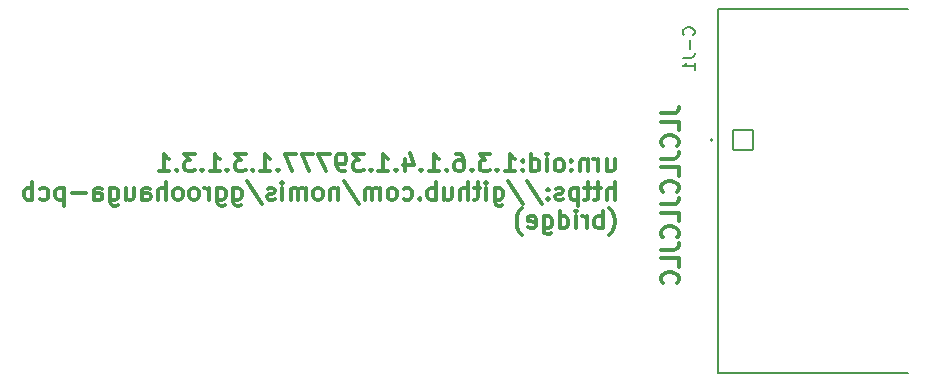
<source format=gbo>
G04 #@! TF.GenerationSoftware,KiCad,Pcbnew,8.0.9-8.0.9-0~ubuntu20.04.1*
G04 #@! TF.CreationDate,2025-04-23T19:07:45+01:00*
G04 #@! TF.ProjectId,ggroohauga-bridge,6767726f-6f68-4617-9567-612d62726964,rev?*
G04 #@! TF.SameCoordinates,Original*
G04 #@! TF.FileFunction,Legend,Bot*
G04 #@! TF.FilePolarity,Positive*
%FSLAX46Y46*%
G04 Gerber Fmt 4.6, Leading zero omitted, Abs format (unit mm)*
G04 Created by KiCad (PCBNEW 8.0.9-8.0.9-0~ubuntu20.04.1) date 2025-04-23 19:07:45*
%MOMM*%
%LPD*%
G01*
G04 APERTURE LIST*
G04 Aperture macros list*
%AMRoundRect*
0 Rectangle with rounded corners*
0 $1 Rounding radius*
0 $2 $3 $4 $5 $6 $7 $8 $9 X,Y pos of 4 corners*
0 Add a 4 corners polygon primitive as box body*
4,1,4,$2,$3,$4,$5,$6,$7,$8,$9,$2,$3,0*
0 Add four circle primitives for the rounded corners*
1,1,$1+$1,$2,$3*
1,1,$1+$1,$4,$5*
1,1,$1+$1,$6,$7*
1,1,$1+$1,$8,$9*
0 Add four rect primitives between the rounded corners*
20,1,$1+$1,$2,$3,$4,$5,0*
20,1,$1+$1,$4,$5,$6,$7,0*
20,1,$1+$1,$6,$7,$8,$9,0*
20,1,$1+$1,$8,$9,$2,$3,0*%
G04 Aperture macros list end*
%ADD10C,0.300000*%
%ADD11C,0.150000*%
%ADD12C,0.127000*%
%ADD13C,0.200000*%
%ADD14R,1.700000X1.700000*%
%ADD15O,1.700000X1.700000*%
%ADD16C,4.470000*%
%ADD17RoundRect,0.102000X-0.862500X0.862500X-0.862500X-0.862500X0.862500X-0.862500X0.862500X0.862500X0*%
%ADD18C,1.929000*%
G04 APERTURE END LIST*
D10*
X134444828Y-59403082D02*
X135516257Y-59403082D01*
X135516257Y-59403082D02*
X135730542Y-59331653D01*
X135730542Y-59331653D02*
X135873400Y-59188796D01*
X135873400Y-59188796D02*
X135944828Y-58974510D01*
X135944828Y-58974510D02*
X135944828Y-58831653D01*
X135944828Y-60831653D02*
X135944828Y-60117367D01*
X135944828Y-60117367D02*
X134444828Y-60117367D01*
X135801971Y-62188796D02*
X135873400Y-62117368D01*
X135873400Y-62117368D02*
X135944828Y-61903082D01*
X135944828Y-61903082D02*
X135944828Y-61760225D01*
X135944828Y-61760225D02*
X135873400Y-61545939D01*
X135873400Y-61545939D02*
X135730542Y-61403082D01*
X135730542Y-61403082D02*
X135587685Y-61331653D01*
X135587685Y-61331653D02*
X135301971Y-61260225D01*
X135301971Y-61260225D02*
X135087685Y-61260225D01*
X135087685Y-61260225D02*
X134801971Y-61331653D01*
X134801971Y-61331653D02*
X134659114Y-61403082D01*
X134659114Y-61403082D02*
X134516257Y-61545939D01*
X134516257Y-61545939D02*
X134444828Y-61760225D01*
X134444828Y-61760225D02*
X134444828Y-61903082D01*
X134444828Y-61903082D02*
X134516257Y-62117368D01*
X134516257Y-62117368D02*
X134587685Y-62188796D01*
X134444828Y-63260225D02*
X135516257Y-63260225D01*
X135516257Y-63260225D02*
X135730542Y-63188796D01*
X135730542Y-63188796D02*
X135873400Y-63045939D01*
X135873400Y-63045939D02*
X135944828Y-62831653D01*
X135944828Y-62831653D02*
X135944828Y-62688796D01*
X135944828Y-64688796D02*
X135944828Y-63974510D01*
X135944828Y-63974510D02*
X134444828Y-63974510D01*
X135801971Y-66045939D02*
X135873400Y-65974511D01*
X135873400Y-65974511D02*
X135944828Y-65760225D01*
X135944828Y-65760225D02*
X135944828Y-65617368D01*
X135944828Y-65617368D02*
X135873400Y-65403082D01*
X135873400Y-65403082D02*
X135730542Y-65260225D01*
X135730542Y-65260225D02*
X135587685Y-65188796D01*
X135587685Y-65188796D02*
X135301971Y-65117368D01*
X135301971Y-65117368D02*
X135087685Y-65117368D01*
X135087685Y-65117368D02*
X134801971Y-65188796D01*
X134801971Y-65188796D02*
X134659114Y-65260225D01*
X134659114Y-65260225D02*
X134516257Y-65403082D01*
X134516257Y-65403082D02*
X134444828Y-65617368D01*
X134444828Y-65617368D02*
X134444828Y-65760225D01*
X134444828Y-65760225D02*
X134516257Y-65974511D01*
X134516257Y-65974511D02*
X134587685Y-66045939D01*
X134444828Y-67117368D02*
X135516257Y-67117368D01*
X135516257Y-67117368D02*
X135730542Y-67045939D01*
X135730542Y-67045939D02*
X135873400Y-66903082D01*
X135873400Y-66903082D02*
X135944828Y-66688796D01*
X135944828Y-66688796D02*
X135944828Y-66545939D01*
X135944828Y-68545939D02*
X135944828Y-67831653D01*
X135944828Y-67831653D02*
X134444828Y-67831653D01*
X135801971Y-69903082D02*
X135873400Y-69831654D01*
X135873400Y-69831654D02*
X135944828Y-69617368D01*
X135944828Y-69617368D02*
X135944828Y-69474511D01*
X135944828Y-69474511D02*
X135873400Y-69260225D01*
X135873400Y-69260225D02*
X135730542Y-69117368D01*
X135730542Y-69117368D02*
X135587685Y-69045939D01*
X135587685Y-69045939D02*
X135301971Y-68974511D01*
X135301971Y-68974511D02*
X135087685Y-68974511D01*
X135087685Y-68974511D02*
X134801971Y-69045939D01*
X134801971Y-69045939D02*
X134659114Y-69117368D01*
X134659114Y-69117368D02*
X134516257Y-69260225D01*
X134516257Y-69260225D02*
X134444828Y-69474511D01*
X134444828Y-69474511D02*
X134444828Y-69617368D01*
X134444828Y-69617368D02*
X134516257Y-69831654D01*
X134516257Y-69831654D02*
X134587685Y-69903082D01*
X134444828Y-70974511D02*
X135516257Y-70974511D01*
X135516257Y-70974511D02*
X135730542Y-70903082D01*
X135730542Y-70903082D02*
X135873400Y-70760225D01*
X135873400Y-70760225D02*
X135944828Y-70545939D01*
X135944828Y-70545939D02*
X135944828Y-70403082D01*
X135944828Y-72403082D02*
X135944828Y-71688796D01*
X135944828Y-71688796D02*
X134444828Y-71688796D01*
X135801971Y-73760225D02*
X135873400Y-73688797D01*
X135873400Y-73688797D02*
X135944828Y-73474511D01*
X135944828Y-73474511D02*
X135944828Y-73331654D01*
X135944828Y-73331654D02*
X135873400Y-73117368D01*
X135873400Y-73117368D02*
X135730542Y-72974511D01*
X135730542Y-72974511D02*
X135587685Y-72903082D01*
X135587685Y-72903082D02*
X135301971Y-72831654D01*
X135301971Y-72831654D02*
X135087685Y-72831654D01*
X135087685Y-72831654D02*
X134801971Y-72903082D01*
X134801971Y-72903082D02*
X134659114Y-72974511D01*
X134659114Y-72974511D02*
X134516257Y-73117368D01*
X134516257Y-73117368D02*
X134444828Y-73331654D01*
X134444828Y-73331654D02*
X134444828Y-73474511D01*
X134444828Y-73474511D02*
X134516257Y-73688797D01*
X134516257Y-73688797D02*
X134587685Y-73760225D01*
X129866632Y-63303412D02*
X129866632Y-64303412D01*
X130509489Y-63303412D02*
X130509489Y-64089126D01*
X130509489Y-64089126D02*
X130438060Y-64231984D01*
X130438060Y-64231984D02*
X130295203Y-64303412D01*
X130295203Y-64303412D02*
X130080917Y-64303412D01*
X130080917Y-64303412D02*
X129938060Y-64231984D01*
X129938060Y-64231984D02*
X129866632Y-64160555D01*
X129152346Y-64303412D02*
X129152346Y-63303412D01*
X129152346Y-63589126D02*
X129080917Y-63446269D01*
X129080917Y-63446269D02*
X129009489Y-63374841D01*
X129009489Y-63374841D02*
X128866631Y-63303412D01*
X128866631Y-63303412D02*
X128723774Y-63303412D01*
X128223775Y-63303412D02*
X128223775Y-64303412D01*
X128223775Y-63446269D02*
X128152346Y-63374841D01*
X128152346Y-63374841D02*
X128009489Y-63303412D01*
X128009489Y-63303412D02*
X127795203Y-63303412D01*
X127795203Y-63303412D02*
X127652346Y-63374841D01*
X127652346Y-63374841D02*
X127580918Y-63517698D01*
X127580918Y-63517698D02*
X127580918Y-64303412D01*
X126866632Y-64160555D02*
X126795203Y-64231984D01*
X126795203Y-64231984D02*
X126866632Y-64303412D01*
X126866632Y-64303412D02*
X126938060Y-64231984D01*
X126938060Y-64231984D02*
X126866632Y-64160555D01*
X126866632Y-64160555D02*
X126866632Y-64303412D01*
X126866632Y-63374841D02*
X126795203Y-63446269D01*
X126795203Y-63446269D02*
X126866632Y-63517698D01*
X126866632Y-63517698D02*
X126938060Y-63446269D01*
X126938060Y-63446269D02*
X126866632Y-63374841D01*
X126866632Y-63374841D02*
X126866632Y-63517698D01*
X125938060Y-64303412D02*
X126080917Y-64231984D01*
X126080917Y-64231984D02*
X126152346Y-64160555D01*
X126152346Y-64160555D02*
X126223774Y-64017698D01*
X126223774Y-64017698D02*
X126223774Y-63589126D01*
X126223774Y-63589126D02*
X126152346Y-63446269D01*
X126152346Y-63446269D02*
X126080917Y-63374841D01*
X126080917Y-63374841D02*
X125938060Y-63303412D01*
X125938060Y-63303412D02*
X125723774Y-63303412D01*
X125723774Y-63303412D02*
X125580917Y-63374841D01*
X125580917Y-63374841D02*
X125509489Y-63446269D01*
X125509489Y-63446269D02*
X125438060Y-63589126D01*
X125438060Y-63589126D02*
X125438060Y-64017698D01*
X125438060Y-64017698D02*
X125509489Y-64160555D01*
X125509489Y-64160555D02*
X125580917Y-64231984D01*
X125580917Y-64231984D02*
X125723774Y-64303412D01*
X125723774Y-64303412D02*
X125938060Y-64303412D01*
X124795203Y-64303412D02*
X124795203Y-63303412D01*
X124795203Y-62803412D02*
X124866631Y-62874841D01*
X124866631Y-62874841D02*
X124795203Y-62946269D01*
X124795203Y-62946269D02*
X124723774Y-62874841D01*
X124723774Y-62874841D02*
X124795203Y-62803412D01*
X124795203Y-62803412D02*
X124795203Y-62946269D01*
X123438060Y-64303412D02*
X123438060Y-62803412D01*
X123438060Y-64231984D02*
X123580917Y-64303412D01*
X123580917Y-64303412D02*
X123866631Y-64303412D01*
X123866631Y-64303412D02*
X124009488Y-64231984D01*
X124009488Y-64231984D02*
X124080917Y-64160555D01*
X124080917Y-64160555D02*
X124152345Y-64017698D01*
X124152345Y-64017698D02*
X124152345Y-63589126D01*
X124152345Y-63589126D02*
X124080917Y-63446269D01*
X124080917Y-63446269D02*
X124009488Y-63374841D01*
X124009488Y-63374841D02*
X123866631Y-63303412D01*
X123866631Y-63303412D02*
X123580917Y-63303412D01*
X123580917Y-63303412D02*
X123438060Y-63374841D01*
X122723774Y-64160555D02*
X122652345Y-64231984D01*
X122652345Y-64231984D02*
X122723774Y-64303412D01*
X122723774Y-64303412D02*
X122795202Y-64231984D01*
X122795202Y-64231984D02*
X122723774Y-64160555D01*
X122723774Y-64160555D02*
X122723774Y-64303412D01*
X122723774Y-63374841D02*
X122652345Y-63446269D01*
X122652345Y-63446269D02*
X122723774Y-63517698D01*
X122723774Y-63517698D02*
X122795202Y-63446269D01*
X122795202Y-63446269D02*
X122723774Y-63374841D01*
X122723774Y-63374841D02*
X122723774Y-63517698D01*
X121223773Y-64303412D02*
X122080916Y-64303412D01*
X121652345Y-64303412D02*
X121652345Y-62803412D01*
X121652345Y-62803412D02*
X121795202Y-63017698D01*
X121795202Y-63017698D02*
X121938059Y-63160555D01*
X121938059Y-63160555D02*
X122080916Y-63231984D01*
X120580917Y-64160555D02*
X120509488Y-64231984D01*
X120509488Y-64231984D02*
X120580917Y-64303412D01*
X120580917Y-64303412D02*
X120652345Y-64231984D01*
X120652345Y-64231984D02*
X120580917Y-64160555D01*
X120580917Y-64160555D02*
X120580917Y-64303412D01*
X120009488Y-62803412D02*
X119080916Y-62803412D01*
X119080916Y-62803412D02*
X119580916Y-63374841D01*
X119580916Y-63374841D02*
X119366631Y-63374841D01*
X119366631Y-63374841D02*
X119223774Y-63446269D01*
X119223774Y-63446269D02*
X119152345Y-63517698D01*
X119152345Y-63517698D02*
X119080916Y-63660555D01*
X119080916Y-63660555D02*
X119080916Y-64017698D01*
X119080916Y-64017698D02*
X119152345Y-64160555D01*
X119152345Y-64160555D02*
X119223774Y-64231984D01*
X119223774Y-64231984D02*
X119366631Y-64303412D01*
X119366631Y-64303412D02*
X119795202Y-64303412D01*
X119795202Y-64303412D02*
X119938059Y-64231984D01*
X119938059Y-64231984D02*
X120009488Y-64160555D01*
X118438060Y-64160555D02*
X118366631Y-64231984D01*
X118366631Y-64231984D02*
X118438060Y-64303412D01*
X118438060Y-64303412D02*
X118509488Y-64231984D01*
X118509488Y-64231984D02*
X118438060Y-64160555D01*
X118438060Y-64160555D02*
X118438060Y-64303412D01*
X117080917Y-62803412D02*
X117366631Y-62803412D01*
X117366631Y-62803412D02*
X117509488Y-62874841D01*
X117509488Y-62874841D02*
X117580917Y-62946269D01*
X117580917Y-62946269D02*
X117723774Y-63160555D01*
X117723774Y-63160555D02*
X117795202Y-63446269D01*
X117795202Y-63446269D02*
X117795202Y-64017698D01*
X117795202Y-64017698D02*
X117723774Y-64160555D01*
X117723774Y-64160555D02*
X117652345Y-64231984D01*
X117652345Y-64231984D02*
X117509488Y-64303412D01*
X117509488Y-64303412D02*
X117223774Y-64303412D01*
X117223774Y-64303412D02*
X117080917Y-64231984D01*
X117080917Y-64231984D02*
X117009488Y-64160555D01*
X117009488Y-64160555D02*
X116938059Y-64017698D01*
X116938059Y-64017698D02*
X116938059Y-63660555D01*
X116938059Y-63660555D02*
X117009488Y-63517698D01*
X117009488Y-63517698D02*
X117080917Y-63446269D01*
X117080917Y-63446269D02*
X117223774Y-63374841D01*
X117223774Y-63374841D02*
X117509488Y-63374841D01*
X117509488Y-63374841D02*
X117652345Y-63446269D01*
X117652345Y-63446269D02*
X117723774Y-63517698D01*
X117723774Y-63517698D02*
X117795202Y-63660555D01*
X116295203Y-64160555D02*
X116223774Y-64231984D01*
X116223774Y-64231984D02*
X116295203Y-64303412D01*
X116295203Y-64303412D02*
X116366631Y-64231984D01*
X116366631Y-64231984D02*
X116295203Y-64160555D01*
X116295203Y-64160555D02*
X116295203Y-64303412D01*
X114795202Y-64303412D02*
X115652345Y-64303412D01*
X115223774Y-64303412D02*
X115223774Y-62803412D01*
X115223774Y-62803412D02*
X115366631Y-63017698D01*
X115366631Y-63017698D02*
X115509488Y-63160555D01*
X115509488Y-63160555D02*
X115652345Y-63231984D01*
X114152346Y-64160555D02*
X114080917Y-64231984D01*
X114080917Y-64231984D02*
X114152346Y-64303412D01*
X114152346Y-64303412D02*
X114223774Y-64231984D01*
X114223774Y-64231984D02*
X114152346Y-64160555D01*
X114152346Y-64160555D02*
X114152346Y-64303412D01*
X112795203Y-63303412D02*
X112795203Y-64303412D01*
X113152345Y-62731984D02*
X113509488Y-63803412D01*
X113509488Y-63803412D02*
X112580917Y-63803412D01*
X112009489Y-64160555D02*
X111938060Y-64231984D01*
X111938060Y-64231984D02*
X112009489Y-64303412D01*
X112009489Y-64303412D02*
X112080917Y-64231984D01*
X112080917Y-64231984D02*
X112009489Y-64160555D01*
X112009489Y-64160555D02*
X112009489Y-64303412D01*
X110509488Y-64303412D02*
X111366631Y-64303412D01*
X110938060Y-64303412D02*
X110938060Y-62803412D01*
X110938060Y-62803412D02*
X111080917Y-63017698D01*
X111080917Y-63017698D02*
X111223774Y-63160555D01*
X111223774Y-63160555D02*
X111366631Y-63231984D01*
X109866632Y-64160555D02*
X109795203Y-64231984D01*
X109795203Y-64231984D02*
X109866632Y-64303412D01*
X109866632Y-64303412D02*
X109938060Y-64231984D01*
X109938060Y-64231984D02*
X109866632Y-64160555D01*
X109866632Y-64160555D02*
X109866632Y-64303412D01*
X109295203Y-62803412D02*
X108366631Y-62803412D01*
X108366631Y-62803412D02*
X108866631Y-63374841D01*
X108866631Y-63374841D02*
X108652346Y-63374841D01*
X108652346Y-63374841D02*
X108509489Y-63446269D01*
X108509489Y-63446269D02*
X108438060Y-63517698D01*
X108438060Y-63517698D02*
X108366631Y-63660555D01*
X108366631Y-63660555D02*
X108366631Y-64017698D01*
X108366631Y-64017698D02*
X108438060Y-64160555D01*
X108438060Y-64160555D02*
X108509489Y-64231984D01*
X108509489Y-64231984D02*
X108652346Y-64303412D01*
X108652346Y-64303412D02*
X109080917Y-64303412D01*
X109080917Y-64303412D02*
X109223774Y-64231984D01*
X109223774Y-64231984D02*
X109295203Y-64160555D01*
X107652346Y-64303412D02*
X107366632Y-64303412D01*
X107366632Y-64303412D02*
X107223775Y-64231984D01*
X107223775Y-64231984D02*
X107152346Y-64160555D01*
X107152346Y-64160555D02*
X107009489Y-63946269D01*
X107009489Y-63946269D02*
X106938060Y-63660555D01*
X106938060Y-63660555D02*
X106938060Y-63089126D01*
X106938060Y-63089126D02*
X107009489Y-62946269D01*
X107009489Y-62946269D02*
X107080918Y-62874841D01*
X107080918Y-62874841D02*
X107223775Y-62803412D01*
X107223775Y-62803412D02*
X107509489Y-62803412D01*
X107509489Y-62803412D02*
X107652346Y-62874841D01*
X107652346Y-62874841D02*
X107723775Y-62946269D01*
X107723775Y-62946269D02*
X107795203Y-63089126D01*
X107795203Y-63089126D02*
X107795203Y-63446269D01*
X107795203Y-63446269D02*
X107723775Y-63589126D01*
X107723775Y-63589126D02*
X107652346Y-63660555D01*
X107652346Y-63660555D02*
X107509489Y-63731984D01*
X107509489Y-63731984D02*
X107223775Y-63731984D01*
X107223775Y-63731984D02*
X107080918Y-63660555D01*
X107080918Y-63660555D02*
X107009489Y-63589126D01*
X107009489Y-63589126D02*
X106938060Y-63446269D01*
X106438061Y-62803412D02*
X105438061Y-62803412D01*
X105438061Y-62803412D02*
X106080918Y-64303412D01*
X105009490Y-62803412D02*
X104009490Y-62803412D01*
X104009490Y-62803412D02*
X104652347Y-64303412D01*
X103580919Y-62803412D02*
X102580919Y-62803412D01*
X102580919Y-62803412D02*
X103223776Y-64303412D01*
X102009491Y-64160555D02*
X101938062Y-64231984D01*
X101938062Y-64231984D02*
X102009491Y-64303412D01*
X102009491Y-64303412D02*
X102080919Y-64231984D01*
X102080919Y-64231984D02*
X102009491Y-64160555D01*
X102009491Y-64160555D02*
X102009491Y-64303412D01*
X100509490Y-64303412D02*
X101366633Y-64303412D01*
X100938062Y-64303412D02*
X100938062Y-62803412D01*
X100938062Y-62803412D02*
X101080919Y-63017698D01*
X101080919Y-63017698D02*
X101223776Y-63160555D01*
X101223776Y-63160555D02*
X101366633Y-63231984D01*
X99866634Y-64160555D02*
X99795205Y-64231984D01*
X99795205Y-64231984D02*
X99866634Y-64303412D01*
X99866634Y-64303412D02*
X99938062Y-64231984D01*
X99938062Y-64231984D02*
X99866634Y-64160555D01*
X99866634Y-64160555D02*
X99866634Y-64303412D01*
X99295205Y-62803412D02*
X98366633Y-62803412D01*
X98366633Y-62803412D02*
X98866633Y-63374841D01*
X98866633Y-63374841D02*
X98652348Y-63374841D01*
X98652348Y-63374841D02*
X98509491Y-63446269D01*
X98509491Y-63446269D02*
X98438062Y-63517698D01*
X98438062Y-63517698D02*
X98366633Y-63660555D01*
X98366633Y-63660555D02*
X98366633Y-64017698D01*
X98366633Y-64017698D02*
X98438062Y-64160555D01*
X98438062Y-64160555D02*
X98509491Y-64231984D01*
X98509491Y-64231984D02*
X98652348Y-64303412D01*
X98652348Y-64303412D02*
X99080919Y-64303412D01*
X99080919Y-64303412D02*
X99223776Y-64231984D01*
X99223776Y-64231984D02*
X99295205Y-64160555D01*
X97723777Y-64160555D02*
X97652348Y-64231984D01*
X97652348Y-64231984D02*
X97723777Y-64303412D01*
X97723777Y-64303412D02*
X97795205Y-64231984D01*
X97795205Y-64231984D02*
X97723777Y-64160555D01*
X97723777Y-64160555D02*
X97723777Y-64303412D01*
X96223776Y-64303412D02*
X97080919Y-64303412D01*
X96652348Y-64303412D02*
X96652348Y-62803412D01*
X96652348Y-62803412D02*
X96795205Y-63017698D01*
X96795205Y-63017698D02*
X96938062Y-63160555D01*
X96938062Y-63160555D02*
X97080919Y-63231984D01*
X95580920Y-64160555D02*
X95509491Y-64231984D01*
X95509491Y-64231984D02*
X95580920Y-64303412D01*
X95580920Y-64303412D02*
X95652348Y-64231984D01*
X95652348Y-64231984D02*
X95580920Y-64160555D01*
X95580920Y-64160555D02*
X95580920Y-64303412D01*
X95009491Y-62803412D02*
X94080919Y-62803412D01*
X94080919Y-62803412D02*
X94580919Y-63374841D01*
X94580919Y-63374841D02*
X94366634Y-63374841D01*
X94366634Y-63374841D02*
X94223777Y-63446269D01*
X94223777Y-63446269D02*
X94152348Y-63517698D01*
X94152348Y-63517698D02*
X94080919Y-63660555D01*
X94080919Y-63660555D02*
X94080919Y-64017698D01*
X94080919Y-64017698D02*
X94152348Y-64160555D01*
X94152348Y-64160555D02*
X94223777Y-64231984D01*
X94223777Y-64231984D02*
X94366634Y-64303412D01*
X94366634Y-64303412D02*
X94795205Y-64303412D01*
X94795205Y-64303412D02*
X94938062Y-64231984D01*
X94938062Y-64231984D02*
X95009491Y-64160555D01*
X93438063Y-64160555D02*
X93366634Y-64231984D01*
X93366634Y-64231984D02*
X93438063Y-64303412D01*
X93438063Y-64303412D02*
X93509491Y-64231984D01*
X93509491Y-64231984D02*
X93438063Y-64160555D01*
X93438063Y-64160555D02*
X93438063Y-64303412D01*
X91938062Y-64303412D02*
X92795205Y-64303412D01*
X92366634Y-64303412D02*
X92366634Y-62803412D01*
X92366634Y-62803412D02*
X92509491Y-63017698D01*
X92509491Y-63017698D02*
X92652348Y-63160555D01*
X92652348Y-63160555D02*
X92795205Y-63231984D01*
X130509489Y-66718328D02*
X130509489Y-65218328D01*
X129866632Y-66718328D02*
X129866632Y-65932614D01*
X129866632Y-65932614D02*
X129938060Y-65789757D01*
X129938060Y-65789757D02*
X130080917Y-65718328D01*
X130080917Y-65718328D02*
X130295203Y-65718328D01*
X130295203Y-65718328D02*
X130438060Y-65789757D01*
X130438060Y-65789757D02*
X130509489Y-65861185D01*
X129366631Y-65718328D02*
X128795203Y-65718328D01*
X129152346Y-65218328D02*
X129152346Y-66504042D01*
X129152346Y-66504042D02*
X129080917Y-66646900D01*
X129080917Y-66646900D02*
X128938060Y-66718328D01*
X128938060Y-66718328D02*
X128795203Y-66718328D01*
X128509488Y-65718328D02*
X127938060Y-65718328D01*
X128295203Y-65218328D02*
X128295203Y-66504042D01*
X128295203Y-66504042D02*
X128223774Y-66646900D01*
X128223774Y-66646900D02*
X128080917Y-66718328D01*
X128080917Y-66718328D02*
X127938060Y-66718328D01*
X127438060Y-65718328D02*
X127438060Y-67218328D01*
X127438060Y-65789757D02*
X127295203Y-65718328D01*
X127295203Y-65718328D02*
X127009488Y-65718328D01*
X127009488Y-65718328D02*
X126866631Y-65789757D01*
X126866631Y-65789757D02*
X126795203Y-65861185D01*
X126795203Y-65861185D02*
X126723774Y-66004042D01*
X126723774Y-66004042D02*
X126723774Y-66432614D01*
X126723774Y-66432614D02*
X126795203Y-66575471D01*
X126795203Y-66575471D02*
X126866631Y-66646900D01*
X126866631Y-66646900D02*
X127009488Y-66718328D01*
X127009488Y-66718328D02*
X127295203Y-66718328D01*
X127295203Y-66718328D02*
X127438060Y-66646900D01*
X126152345Y-66646900D02*
X126009488Y-66718328D01*
X126009488Y-66718328D02*
X125723774Y-66718328D01*
X125723774Y-66718328D02*
X125580917Y-66646900D01*
X125580917Y-66646900D02*
X125509488Y-66504042D01*
X125509488Y-66504042D02*
X125509488Y-66432614D01*
X125509488Y-66432614D02*
X125580917Y-66289757D01*
X125580917Y-66289757D02*
X125723774Y-66218328D01*
X125723774Y-66218328D02*
X125938060Y-66218328D01*
X125938060Y-66218328D02*
X126080917Y-66146900D01*
X126080917Y-66146900D02*
X126152345Y-66004042D01*
X126152345Y-66004042D02*
X126152345Y-65932614D01*
X126152345Y-65932614D02*
X126080917Y-65789757D01*
X126080917Y-65789757D02*
X125938060Y-65718328D01*
X125938060Y-65718328D02*
X125723774Y-65718328D01*
X125723774Y-65718328D02*
X125580917Y-65789757D01*
X124866631Y-66575471D02*
X124795202Y-66646900D01*
X124795202Y-66646900D02*
X124866631Y-66718328D01*
X124866631Y-66718328D02*
X124938059Y-66646900D01*
X124938059Y-66646900D02*
X124866631Y-66575471D01*
X124866631Y-66575471D02*
X124866631Y-66718328D01*
X124866631Y-65789757D02*
X124795202Y-65861185D01*
X124795202Y-65861185D02*
X124866631Y-65932614D01*
X124866631Y-65932614D02*
X124938059Y-65861185D01*
X124938059Y-65861185D02*
X124866631Y-65789757D01*
X124866631Y-65789757D02*
X124866631Y-65932614D01*
X123080916Y-65146900D02*
X124366630Y-67075471D01*
X121509487Y-65146900D02*
X122795201Y-67075471D01*
X120366630Y-65718328D02*
X120366630Y-66932614D01*
X120366630Y-66932614D02*
X120438058Y-67075471D01*
X120438058Y-67075471D02*
X120509487Y-67146900D01*
X120509487Y-67146900D02*
X120652344Y-67218328D01*
X120652344Y-67218328D02*
X120866630Y-67218328D01*
X120866630Y-67218328D02*
X121009487Y-67146900D01*
X120366630Y-66646900D02*
X120509487Y-66718328D01*
X120509487Y-66718328D02*
X120795201Y-66718328D01*
X120795201Y-66718328D02*
X120938058Y-66646900D01*
X120938058Y-66646900D02*
X121009487Y-66575471D01*
X121009487Y-66575471D02*
X121080915Y-66432614D01*
X121080915Y-66432614D02*
X121080915Y-66004042D01*
X121080915Y-66004042D02*
X121009487Y-65861185D01*
X121009487Y-65861185D02*
X120938058Y-65789757D01*
X120938058Y-65789757D02*
X120795201Y-65718328D01*
X120795201Y-65718328D02*
X120509487Y-65718328D01*
X120509487Y-65718328D02*
X120366630Y-65789757D01*
X119652344Y-66718328D02*
X119652344Y-65718328D01*
X119652344Y-65218328D02*
X119723772Y-65289757D01*
X119723772Y-65289757D02*
X119652344Y-65361185D01*
X119652344Y-65361185D02*
X119580915Y-65289757D01*
X119580915Y-65289757D02*
X119652344Y-65218328D01*
X119652344Y-65218328D02*
X119652344Y-65361185D01*
X119152343Y-65718328D02*
X118580915Y-65718328D01*
X118938058Y-65218328D02*
X118938058Y-66504042D01*
X118938058Y-66504042D02*
X118866629Y-66646900D01*
X118866629Y-66646900D02*
X118723772Y-66718328D01*
X118723772Y-66718328D02*
X118580915Y-66718328D01*
X118080915Y-66718328D02*
X118080915Y-65218328D01*
X117438058Y-66718328D02*
X117438058Y-65932614D01*
X117438058Y-65932614D02*
X117509486Y-65789757D01*
X117509486Y-65789757D02*
X117652343Y-65718328D01*
X117652343Y-65718328D02*
X117866629Y-65718328D01*
X117866629Y-65718328D02*
X118009486Y-65789757D01*
X118009486Y-65789757D02*
X118080915Y-65861185D01*
X116080915Y-65718328D02*
X116080915Y-66718328D01*
X116723772Y-65718328D02*
X116723772Y-66504042D01*
X116723772Y-66504042D02*
X116652343Y-66646900D01*
X116652343Y-66646900D02*
X116509486Y-66718328D01*
X116509486Y-66718328D02*
X116295200Y-66718328D01*
X116295200Y-66718328D02*
X116152343Y-66646900D01*
X116152343Y-66646900D02*
X116080915Y-66575471D01*
X115366629Y-66718328D02*
X115366629Y-65218328D01*
X115366629Y-65789757D02*
X115223772Y-65718328D01*
X115223772Y-65718328D02*
X114938057Y-65718328D01*
X114938057Y-65718328D02*
X114795200Y-65789757D01*
X114795200Y-65789757D02*
X114723772Y-65861185D01*
X114723772Y-65861185D02*
X114652343Y-66004042D01*
X114652343Y-66004042D02*
X114652343Y-66432614D01*
X114652343Y-66432614D02*
X114723772Y-66575471D01*
X114723772Y-66575471D02*
X114795200Y-66646900D01*
X114795200Y-66646900D02*
X114938057Y-66718328D01*
X114938057Y-66718328D02*
X115223772Y-66718328D01*
X115223772Y-66718328D02*
X115366629Y-66646900D01*
X114009486Y-66575471D02*
X113938057Y-66646900D01*
X113938057Y-66646900D02*
X114009486Y-66718328D01*
X114009486Y-66718328D02*
X114080914Y-66646900D01*
X114080914Y-66646900D02*
X114009486Y-66575471D01*
X114009486Y-66575471D02*
X114009486Y-66718328D01*
X112652343Y-66646900D02*
X112795200Y-66718328D01*
X112795200Y-66718328D02*
X113080914Y-66718328D01*
X113080914Y-66718328D02*
X113223771Y-66646900D01*
X113223771Y-66646900D02*
X113295200Y-66575471D01*
X113295200Y-66575471D02*
X113366628Y-66432614D01*
X113366628Y-66432614D02*
X113366628Y-66004042D01*
X113366628Y-66004042D02*
X113295200Y-65861185D01*
X113295200Y-65861185D02*
X113223771Y-65789757D01*
X113223771Y-65789757D02*
X113080914Y-65718328D01*
X113080914Y-65718328D02*
X112795200Y-65718328D01*
X112795200Y-65718328D02*
X112652343Y-65789757D01*
X111795200Y-66718328D02*
X111938057Y-66646900D01*
X111938057Y-66646900D02*
X112009486Y-66575471D01*
X112009486Y-66575471D02*
X112080914Y-66432614D01*
X112080914Y-66432614D02*
X112080914Y-66004042D01*
X112080914Y-66004042D02*
X112009486Y-65861185D01*
X112009486Y-65861185D02*
X111938057Y-65789757D01*
X111938057Y-65789757D02*
X111795200Y-65718328D01*
X111795200Y-65718328D02*
X111580914Y-65718328D01*
X111580914Y-65718328D02*
X111438057Y-65789757D01*
X111438057Y-65789757D02*
X111366629Y-65861185D01*
X111366629Y-65861185D02*
X111295200Y-66004042D01*
X111295200Y-66004042D02*
X111295200Y-66432614D01*
X111295200Y-66432614D02*
X111366629Y-66575471D01*
X111366629Y-66575471D02*
X111438057Y-66646900D01*
X111438057Y-66646900D02*
X111580914Y-66718328D01*
X111580914Y-66718328D02*
X111795200Y-66718328D01*
X110652343Y-66718328D02*
X110652343Y-65718328D01*
X110652343Y-65861185D02*
X110580914Y-65789757D01*
X110580914Y-65789757D02*
X110438057Y-65718328D01*
X110438057Y-65718328D02*
X110223771Y-65718328D01*
X110223771Y-65718328D02*
X110080914Y-65789757D01*
X110080914Y-65789757D02*
X110009486Y-65932614D01*
X110009486Y-65932614D02*
X110009486Y-66718328D01*
X110009486Y-65932614D02*
X109938057Y-65789757D01*
X109938057Y-65789757D02*
X109795200Y-65718328D01*
X109795200Y-65718328D02*
X109580914Y-65718328D01*
X109580914Y-65718328D02*
X109438057Y-65789757D01*
X109438057Y-65789757D02*
X109366628Y-65932614D01*
X109366628Y-65932614D02*
X109366628Y-66718328D01*
X107580914Y-65146900D02*
X108866628Y-67075471D01*
X107080914Y-65718328D02*
X107080914Y-66718328D01*
X107080914Y-65861185D02*
X107009485Y-65789757D01*
X107009485Y-65789757D02*
X106866628Y-65718328D01*
X106866628Y-65718328D02*
X106652342Y-65718328D01*
X106652342Y-65718328D02*
X106509485Y-65789757D01*
X106509485Y-65789757D02*
X106438057Y-65932614D01*
X106438057Y-65932614D02*
X106438057Y-66718328D01*
X105509485Y-66718328D02*
X105652342Y-66646900D01*
X105652342Y-66646900D02*
X105723771Y-66575471D01*
X105723771Y-66575471D02*
X105795199Y-66432614D01*
X105795199Y-66432614D02*
X105795199Y-66004042D01*
X105795199Y-66004042D02*
X105723771Y-65861185D01*
X105723771Y-65861185D02*
X105652342Y-65789757D01*
X105652342Y-65789757D02*
X105509485Y-65718328D01*
X105509485Y-65718328D02*
X105295199Y-65718328D01*
X105295199Y-65718328D02*
X105152342Y-65789757D01*
X105152342Y-65789757D02*
X105080914Y-65861185D01*
X105080914Y-65861185D02*
X105009485Y-66004042D01*
X105009485Y-66004042D02*
X105009485Y-66432614D01*
X105009485Y-66432614D02*
X105080914Y-66575471D01*
X105080914Y-66575471D02*
X105152342Y-66646900D01*
X105152342Y-66646900D02*
X105295199Y-66718328D01*
X105295199Y-66718328D02*
X105509485Y-66718328D01*
X104366628Y-66718328D02*
X104366628Y-65718328D01*
X104366628Y-65861185D02*
X104295199Y-65789757D01*
X104295199Y-65789757D02*
X104152342Y-65718328D01*
X104152342Y-65718328D02*
X103938056Y-65718328D01*
X103938056Y-65718328D02*
X103795199Y-65789757D01*
X103795199Y-65789757D02*
X103723771Y-65932614D01*
X103723771Y-65932614D02*
X103723771Y-66718328D01*
X103723771Y-65932614D02*
X103652342Y-65789757D01*
X103652342Y-65789757D02*
X103509485Y-65718328D01*
X103509485Y-65718328D02*
X103295199Y-65718328D01*
X103295199Y-65718328D02*
X103152342Y-65789757D01*
X103152342Y-65789757D02*
X103080913Y-65932614D01*
X103080913Y-65932614D02*
X103080913Y-66718328D01*
X102366628Y-66718328D02*
X102366628Y-65718328D01*
X102366628Y-65218328D02*
X102438056Y-65289757D01*
X102438056Y-65289757D02*
X102366628Y-65361185D01*
X102366628Y-65361185D02*
X102295199Y-65289757D01*
X102295199Y-65289757D02*
X102366628Y-65218328D01*
X102366628Y-65218328D02*
X102366628Y-65361185D01*
X101723770Y-66646900D02*
X101580913Y-66718328D01*
X101580913Y-66718328D02*
X101295199Y-66718328D01*
X101295199Y-66718328D02*
X101152342Y-66646900D01*
X101152342Y-66646900D02*
X101080913Y-66504042D01*
X101080913Y-66504042D02*
X101080913Y-66432614D01*
X101080913Y-66432614D02*
X101152342Y-66289757D01*
X101152342Y-66289757D02*
X101295199Y-66218328D01*
X101295199Y-66218328D02*
X101509485Y-66218328D01*
X101509485Y-66218328D02*
X101652342Y-66146900D01*
X101652342Y-66146900D02*
X101723770Y-66004042D01*
X101723770Y-66004042D02*
X101723770Y-65932614D01*
X101723770Y-65932614D02*
X101652342Y-65789757D01*
X101652342Y-65789757D02*
X101509485Y-65718328D01*
X101509485Y-65718328D02*
X101295199Y-65718328D01*
X101295199Y-65718328D02*
X101152342Y-65789757D01*
X99366627Y-65146900D02*
X100652341Y-67075471D01*
X98223770Y-65718328D02*
X98223770Y-66932614D01*
X98223770Y-66932614D02*
X98295198Y-67075471D01*
X98295198Y-67075471D02*
X98366627Y-67146900D01*
X98366627Y-67146900D02*
X98509484Y-67218328D01*
X98509484Y-67218328D02*
X98723770Y-67218328D01*
X98723770Y-67218328D02*
X98866627Y-67146900D01*
X98223770Y-66646900D02*
X98366627Y-66718328D01*
X98366627Y-66718328D02*
X98652341Y-66718328D01*
X98652341Y-66718328D02*
X98795198Y-66646900D01*
X98795198Y-66646900D02*
X98866627Y-66575471D01*
X98866627Y-66575471D02*
X98938055Y-66432614D01*
X98938055Y-66432614D02*
X98938055Y-66004042D01*
X98938055Y-66004042D02*
X98866627Y-65861185D01*
X98866627Y-65861185D02*
X98795198Y-65789757D01*
X98795198Y-65789757D02*
X98652341Y-65718328D01*
X98652341Y-65718328D02*
X98366627Y-65718328D01*
X98366627Y-65718328D02*
X98223770Y-65789757D01*
X96866627Y-65718328D02*
X96866627Y-66932614D01*
X96866627Y-66932614D02*
X96938055Y-67075471D01*
X96938055Y-67075471D02*
X97009484Y-67146900D01*
X97009484Y-67146900D02*
X97152341Y-67218328D01*
X97152341Y-67218328D02*
X97366627Y-67218328D01*
X97366627Y-67218328D02*
X97509484Y-67146900D01*
X96866627Y-66646900D02*
X97009484Y-66718328D01*
X97009484Y-66718328D02*
X97295198Y-66718328D01*
X97295198Y-66718328D02*
X97438055Y-66646900D01*
X97438055Y-66646900D02*
X97509484Y-66575471D01*
X97509484Y-66575471D02*
X97580912Y-66432614D01*
X97580912Y-66432614D02*
X97580912Y-66004042D01*
X97580912Y-66004042D02*
X97509484Y-65861185D01*
X97509484Y-65861185D02*
X97438055Y-65789757D01*
X97438055Y-65789757D02*
X97295198Y-65718328D01*
X97295198Y-65718328D02*
X97009484Y-65718328D01*
X97009484Y-65718328D02*
X96866627Y-65789757D01*
X96152341Y-66718328D02*
X96152341Y-65718328D01*
X96152341Y-66004042D02*
X96080912Y-65861185D01*
X96080912Y-65861185D02*
X96009484Y-65789757D01*
X96009484Y-65789757D02*
X95866626Y-65718328D01*
X95866626Y-65718328D02*
X95723769Y-65718328D01*
X95009484Y-66718328D02*
X95152341Y-66646900D01*
X95152341Y-66646900D02*
X95223770Y-66575471D01*
X95223770Y-66575471D02*
X95295198Y-66432614D01*
X95295198Y-66432614D02*
X95295198Y-66004042D01*
X95295198Y-66004042D02*
X95223770Y-65861185D01*
X95223770Y-65861185D02*
X95152341Y-65789757D01*
X95152341Y-65789757D02*
X95009484Y-65718328D01*
X95009484Y-65718328D02*
X94795198Y-65718328D01*
X94795198Y-65718328D02*
X94652341Y-65789757D01*
X94652341Y-65789757D02*
X94580913Y-65861185D01*
X94580913Y-65861185D02*
X94509484Y-66004042D01*
X94509484Y-66004042D02*
X94509484Y-66432614D01*
X94509484Y-66432614D02*
X94580913Y-66575471D01*
X94580913Y-66575471D02*
X94652341Y-66646900D01*
X94652341Y-66646900D02*
X94795198Y-66718328D01*
X94795198Y-66718328D02*
X95009484Y-66718328D01*
X93652341Y-66718328D02*
X93795198Y-66646900D01*
X93795198Y-66646900D02*
X93866627Y-66575471D01*
X93866627Y-66575471D02*
X93938055Y-66432614D01*
X93938055Y-66432614D02*
X93938055Y-66004042D01*
X93938055Y-66004042D02*
X93866627Y-65861185D01*
X93866627Y-65861185D02*
X93795198Y-65789757D01*
X93795198Y-65789757D02*
X93652341Y-65718328D01*
X93652341Y-65718328D02*
X93438055Y-65718328D01*
X93438055Y-65718328D02*
X93295198Y-65789757D01*
X93295198Y-65789757D02*
X93223770Y-65861185D01*
X93223770Y-65861185D02*
X93152341Y-66004042D01*
X93152341Y-66004042D02*
X93152341Y-66432614D01*
X93152341Y-66432614D02*
X93223770Y-66575471D01*
X93223770Y-66575471D02*
X93295198Y-66646900D01*
X93295198Y-66646900D02*
X93438055Y-66718328D01*
X93438055Y-66718328D02*
X93652341Y-66718328D01*
X92509484Y-66718328D02*
X92509484Y-65218328D01*
X91866627Y-66718328D02*
X91866627Y-65932614D01*
X91866627Y-65932614D02*
X91938055Y-65789757D01*
X91938055Y-65789757D02*
X92080912Y-65718328D01*
X92080912Y-65718328D02*
X92295198Y-65718328D01*
X92295198Y-65718328D02*
X92438055Y-65789757D01*
X92438055Y-65789757D02*
X92509484Y-65861185D01*
X90509484Y-66718328D02*
X90509484Y-65932614D01*
X90509484Y-65932614D02*
X90580912Y-65789757D01*
X90580912Y-65789757D02*
X90723769Y-65718328D01*
X90723769Y-65718328D02*
X91009484Y-65718328D01*
X91009484Y-65718328D02*
X91152341Y-65789757D01*
X90509484Y-66646900D02*
X90652341Y-66718328D01*
X90652341Y-66718328D02*
X91009484Y-66718328D01*
X91009484Y-66718328D02*
X91152341Y-66646900D01*
X91152341Y-66646900D02*
X91223769Y-66504042D01*
X91223769Y-66504042D02*
X91223769Y-66361185D01*
X91223769Y-66361185D02*
X91152341Y-66218328D01*
X91152341Y-66218328D02*
X91009484Y-66146900D01*
X91009484Y-66146900D02*
X90652341Y-66146900D01*
X90652341Y-66146900D02*
X90509484Y-66075471D01*
X89152341Y-65718328D02*
X89152341Y-66718328D01*
X89795198Y-65718328D02*
X89795198Y-66504042D01*
X89795198Y-66504042D02*
X89723769Y-66646900D01*
X89723769Y-66646900D02*
X89580912Y-66718328D01*
X89580912Y-66718328D02*
X89366626Y-66718328D01*
X89366626Y-66718328D02*
X89223769Y-66646900D01*
X89223769Y-66646900D02*
X89152341Y-66575471D01*
X87795198Y-65718328D02*
X87795198Y-66932614D01*
X87795198Y-66932614D02*
X87866626Y-67075471D01*
X87866626Y-67075471D02*
X87938055Y-67146900D01*
X87938055Y-67146900D02*
X88080912Y-67218328D01*
X88080912Y-67218328D02*
X88295198Y-67218328D01*
X88295198Y-67218328D02*
X88438055Y-67146900D01*
X87795198Y-66646900D02*
X87938055Y-66718328D01*
X87938055Y-66718328D02*
X88223769Y-66718328D01*
X88223769Y-66718328D02*
X88366626Y-66646900D01*
X88366626Y-66646900D02*
X88438055Y-66575471D01*
X88438055Y-66575471D02*
X88509483Y-66432614D01*
X88509483Y-66432614D02*
X88509483Y-66004042D01*
X88509483Y-66004042D02*
X88438055Y-65861185D01*
X88438055Y-65861185D02*
X88366626Y-65789757D01*
X88366626Y-65789757D02*
X88223769Y-65718328D01*
X88223769Y-65718328D02*
X87938055Y-65718328D01*
X87938055Y-65718328D02*
X87795198Y-65789757D01*
X86438055Y-66718328D02*
X86438055Y-65932614D01*
X86438055Y-65932614D02*
X86509483Y-65789757D01*
X86509483Y-65789757D02*
X86652340Y-65718328D01*
X86652340Y-65718328D02*
X86938055Y-65718328D01*
X86938055Y-65718328D02*
X87080912Y-65789757D01*
X86438055Y-66646900D02*
X86580912Y-66718328D01*
X86580912Y-66718328D02*
X86938055Y-66718328D01*
X86938055Y-66718328D02*
X87080912Y-66646900D01*
X87080912Y-66646900D02*
X87152340Y-66504042D01*
X87152340Y-66504042D02*
X87152340Y-66361185D01*
X87152340Y-66361185D02*
X87080912Y-66218328D01*
X87080912Y-66218328D02*
X86938055Y-66146900D01*
X86938055Y-66146900D02*
X86580912Y-66146900D01*
X86580912Y-66146900D02*
X86438055Y-66075471D01*
X85723769Y-66146900D02*
X84580912Y-66146900D01*
X83866626Y-65718328D02*
X83866626Y-67218328D01*
X83866626Y-65789757D02*
X83723769Y-65718328D01*
X83723769Y-65718328D02*
X83438054Y-65718328D01*
X83438054Y-65718328D02*
X83295197Y-65789757D01*
X83295197Y-65789757D02*
X83223769Y-65861185D01*
X83223769Y-65861185D02*
X83152340Y-66004042D01*
X83152340Y-66004042D02*
X83152340Y-66432614D01*
X83152340Y-66432614D02*
X83223769Y-66575471D01*
X83223769Y-66575471D02*
X83295197Y-66646900D01*
X83295197Y-66646900D02*
X83438054Y-66718328D01*
X83438054Y-66718328D02*
X83723769Y-66718328D01*
X83723769Y-66718328D02*
X83866626Y-66646900D01*
X81866626Y-66646900D02*
X82009483Y-66718328D01*
X82009483Y-66718328D02*
X82295197Y-66718328D01*
X82295197Y-66718328D02*
X82438054Y-66646900D01*
X82438054Y-66646900D02*
X82509483Y-66575471D01*
X82509483Y-66575471D02*
X82580911Y-66432614D01*
X82580911Y-66432614D02*
X82580911Y-66004042D01*
X82580911Y-66004042D02*
X82509483Y-65861185D01*
X82509483Y-65861185D02*
X82438054Y-65789757D01*
X82438054Y-65789757D02*
X82295197Y-65718328D01*
X82295197Y-65718328D02*
X82009483Y-65718328D01*
X82009483Y-65718328D02*
X81866626Y-65789757D01*
X81223769Y-66718328D02*
X81223769Y-65218328D01*
X81223769Y-65789757D02*
X81080912Y-65718328D01*
X81080912Y-65718328D02*
X80795197Y-65718328D01*
X80795197Y-65718328D02*
X80652340Y-65789757D01*
X80652340Y-65789757D02*
X80580912Y-65861185D01*
X80580912Y-65861185D02*
X80509483Y-66004042D01*
X80509483Y-66004042D02*
X80509483Y-66432614D01*
X80509483Y-66432614D02*
X80580912Y-66575471D01*
X80580912Y-66575471D02*
X80652340Y-66646900D01*
X80652340Y-66646900D02*
X80795197Y-66718328D01*
X80795197Y-66718328D02*
X81080912Y-66718328D01*
X81080912Y-66718328D02*
X81223769Y-66646900D01*
X130080917Y-69704673D02*
X130152346Y-69633244D01*
X130152346Y-69633244D02*
X130295203Y-69418958D01*
X130295203Y-69418958D02*
X130366632Y-69276101D01*
X130366632Y-69276101D02*
X130438060Y-69061816D01*
X130438060Y-69061816D02*
X130509489Y-68704673D01*
X130509489Y-68704673D02*
X130509489Y-68418958D01*
X130509489Y-68418958D02*
X130438060Y-68061816D01*
X130438060Y-68061816D02*
X130366632Y-67847530D01*
X130366632Y-67847530D02*
X130295203Y-67704673D01*
X130295203Y-67704673D02*
X130152346Y-67490387D01*
X130152346Y-67490387D02*
X130080917Y-67418958D01*
X129509489Y-69133244D02*
X129509489Y-67633244D01*
X129509489Y-68204673D02*
X129366632Y-68133244D01*
X129366632Y-68133244D02*
X129080917Y-68133244D01*
X129080917Y-68133244D02*
X128938060Y-68204673D01*
X128938060Y-68204673D02*
X128866632Y-68276101D01*
X128866632Y-68276101D02*
X128795203Y-68418958D01*
X128795203Y-68418958D02*
X128795203Y-68847530D01*
X128795203Y-68847530D02*
X128866632Y-68990387D01*
X128866632Y-68990387D02*
X128938060Y-69061816D01*
X128938060Y-69061816D02*
X129080917Y-69133244D01*
X129080917Y-69133244D02*
X129366632Y-69133244D01*
X129366632Y-69133244D02*
X129509489Y-69061816D01*
X128152346Y-69133244D02*
X128152346Y-68133244D01*
X128152346Y-68418958D02*
X128080917Y-68276101D01*
X128080917Y-68276101D02*
X128009489Y-68204673D01*
X128009489Y-68204673D02*
X127866631Y-68133244D01*
X127866631Y-68133244D02*
X127723774Y-68133244D01*
X127223775Y-69133244D02*
X127223775Y-68133244D01*
X127223775Y-67633244D02*
X127295203Y-67704673D01*
X127295203Y-67704673D02*
X127223775Y-67776101D01*
X127223775Y-67776101D02*
X127152346Y-67704673D01*
X127152346Y-67704673D02*
X127223775Y-67633244D01*
X127223775Y-67633244D02*
X127223775Y-67776101D01*
X125866632Y-69133244D02*
X125866632Y-67633244D01*
X125866632Y-69061816D02*
X126009489Y-69133244D01*
X126009489Y-69133244D02*
X126295203Y-69133244D01*
X126295203Y-69133244D02*
X126438060Y-69061816D01*
X126438060Y-69061816D02*
X126509489Y-68990387D01*
X126509489Y-68990387D02*
X126580917Y-68847530D01*
X126580917Y-68847530D02*
X126580917Y-68418958D01*
X126580917Y-68418958D02*
X126509489Y-68276101D01*
X126509489Y-68276101D02*
X126438060Y-68204673D01*
X126438060Y-68204673D02*
X126295203Y-68133244D01*
X126295203Y-68133244D02*
X126009489Y-68133244D01*
X126009489Y-68133244D02*
X125866632Y-68204673D01*
X124509489Y-68133244D02*
X124509489Y-69347530D01*
X124509489Y-69347530D02*
X124580917Y-69490387D01*
X124580917Y-69490387D02*
X124652346Y-69561816D01*
X124652346Y-69561816D02*
X124795203Y-69633244D01*
X124795203Y-69633244D02*
X125009489Y-69633244D01*
X125009489Y-69633244D02*
X125152346Y-69561816D01*
X124509489Y-69061816D02*
X124652346Y-69133244D01*
X124652346Y-69133244D02*
X124938060Y-69133244D01*
X124938060Y-69133244D02*
X125080917Y-69061816D01*
X125080917Y-69061816D02*
X125152346Y-68990387D01*
X125152346Y-68990387D02*
X125223774Y-68847530D01*
X125223774Y-68847530D02*
X125223774Y-68418958D01*
X125223774Y-68418958D02*
X125152346Y-68276101D01*
X125152346Y-68276101D02*
X125080917Y-68204673D01*
X125080917Y-68204673D02*
X124938060Y-68133244D01*
X124938060Y-68133244D02*
X124652346Y-68133244D01*
X124652346Y-68133244D02*
X124509489Y-68204673D01*
X123223774Y-69061816D02*
X123366631Y-69133244D01*
X123366631Y-69133244D02*
X123652346Y-69133244D01*
X123652346Y-69133244D02*
X123795203Y-69061816D01*
X123795203Y-69061816D02*
X123866631Y-68918958D01*
X123866631Y-68918958D02*
X123866631Y-68347530D01*
X123866631Y-68347530D02*
X123795203Y-68204673D01*
X123795203Y-68204673D02*
X123652346Y-68133244D01*
X123652346Y-68133244D02*
X123366631Y-68133244D01*
X123366631Y-68133244D02*
X123223774Y-68204673D01*
X123223774Y-68204673D02*
X123152346Y-68347530D01*
X123152346Y-68347530D02*
X123152346Y-68490387D01*
X123152346Y-68490387D02*
X123866631Y-68633244D01*
X122652346Y-69704673D02*
X122580917Y-69633244D01*
X122580917Y-69633244D02*
X122438060Y-69418958D01*
X122438060Y-69418958D02*
X122366632Y-69276101D01*
X122366632Y-69276101D02*
X122295203Y-69061816D01*
X122295203Y-69061816D02*
X122223774Y-68704673D01*
X122223774Y-68704673D02*
X122223774Y-68418958D01*
X122223774Y-68418958D02*
X122295203Y-68061816D01*
X122295203Y-68061816D02*
X122366632Y-67847530D01*
X122366632Y-67847530D02*
X122438060Y-67704673D01*
X122438060Y-67704673D02*
X122580917Y-67490387D01*
X122580917Y-67490387D02*
X122652346Y-67418958D01*
D11*
X137191780Y-52747533D02*
X137239400Y-52699914D01*
X137239400Y-52699914D02*
X137287019Y-52557057D01*
X137287019Y-52557057D02*
X137287019Y-52461819D01*
X137287019Y-52461819D02*
X137239400Y-52318962D01*
X137239400Y-52318962D02*
X137144161Y-52223724D01*
X137144161Y-52223724D02*
X137048923Y-52176105D01*
X137048923Y-52176105D02*
X136858447Y-52128486D01*
X136858447Y-52128486D02*
X136715590Y-52128486D01*
X136715590Y-52128486D02*
X136525114Y-52176105D01*
X136525114Y-52176105D02*
X136429876Y-52223724D01*
X136429876Y-52223724D02*
X136334638Y-52318962D01*
X136334638Y-52318962D02*
X136287019Y-52461819D01*
X136287019Y-52461819D02*
X136287019Y-52557057D01*
X136287019Y-52557057D02*
X136334638Y-52699914D01*
X136334638Y-52699914D02*
X136382257Y-52747533D01*
X136906066Y-53176105D02*
X136906066Y-53938010D01*
X136287019Y-54699914D02*
X137001304Y-54699914D01*
X137001304Y-54699914D02*
X137144161Y-54652295D01*
X137144161Y-54652295D02*
X137239400Y-54557057D01*
X137239400Y-54557057D02*
X137287019Y-54414200D01*
X137287019Y-54414200D02*
X137287019Y-54318962D01*
X137287019Y-55699914D02*
X137287019Y-55128486D01*
X137287019Y-55414200D02*
X136287019Y-55414200D01*
X136287019Y-55414200D02*
X136429876Y-55318962D01*
X136429876Y-55318962D02*
X136525114Y-55223724D01*
X136525114Y-55223724D02*
X136572733Y-55128486D01*
D12*
X139297200Y-50584200D02*
X155397200Y-50584200D01*
X139297200Y-81394200D02*
X139297200Y-50584200D01*
X139297200Y-81394200D02*
X155397200Y-81394200D01*
D13*
X138817200Y-61659200D02*
G75*
G02*
X138617200Y-61659200I-100000J0D01*
G01*
X138617200Y-61659200D02*
G75*
G02*
X138817200Y-61659200I100000J0D01*
G01*
%LPC*%
D14*
X81534000Y-54610000D03*
D15*
X84074000Y-54610000D03*
X86614000Y-54610000D03*
X89154000Y-54610000D03*
X91694000Y-54610000D03*
X94234000Y-54610000D03*
X96774000Y-54610000D03*
X99314000Y-54610000D03*
X101854000Y-54610000D03*
X104394000Y-54610000D03*
X106934000Y-54610000D03*
X109474000Y-54610000D03*
X112014000Y-54610000D03*
X114554000Y-54610000D03*
X117094000Y-54610000D03*
X119634000Y-54610000D03*
X122174000Y-54610000D03*
X124714000Y-54610000D03*
X127254000Y-54610000D03*
X129794000Y-54610000D03*
D14*
X81534000Y-77470000D03*
D15*
X84074000Y-77470000D03*
X86614000Y-77470000D03*
X89154000Y-77470000D03*
X91694000Y-77470000D03*
X94234000Y-77470000D03*
X96774000Y-77470000D03*
X99314000Y-77470000D03*
X101854000Y-77470000D03*
X104394000Y-77470000D03*
X106934000Y-77470000D03*
X109474000Y-77470000D03*
X112014000Y-77470000D03*
X114554000Y-77470000D03*
X117094000Y-77470000D03*
X119634000Y-77470000D03*
X122174000Y-77470000D03*
X124714000Y-77470000D03*
X127254000Y-77470000D03*
X129794000Y-77470000D03*
D16*
X65379600Y-53494200D03*
X65379600Y-78484200D03*
D17*
X67919600Y-70319200D03*
D18*
X67919600Y-68029200D03*
X67919600Y-65739200D03*
X67919600Y-63449200D03*
X67919600Y-61159200D03*
X65379600Y-71464200D03*
X65379600Y-69174200D03*
X65379600Y-66884200D03*
X65379600Y-64594200D03*
X65379600Y-62304200D03*
X62839600Y-70319200D03*
X62839600Y-68029200D03*
X62839600Y-65739200D03*
X62839600Y-63449200D03*
X62839600Y-61159200D03*
D16*
X143967200Y-53494200D03*
X143967200Y-78484200D03*
D17*
X141427200Y-61659200D03*
D18*
X141427200Y-63949200D03*
X141427200Y-66239200D03*
X141427200Y-68529200D03*
X141427200Y-70819200D03*
X143967200Y-60514200D03*
X143967200Y-62804200D03*
X143967200Y-65094200D03*
X143967200Y-67384200D03*
X143967200Y-69674200D03*
X146507200Y-61659200D03*
X146507200Y-63949200D03*
X146507200Y-66239200D03*
X146507200Y-68529200D03*
X146507200Y-70819200D03*
%LPD*%
M02*

</source>
